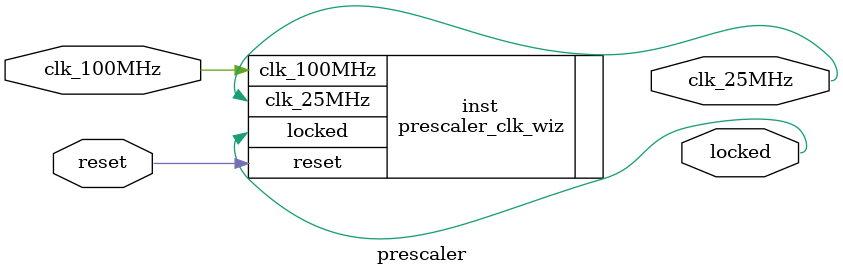
<source format=v>


`timescale 1ps/1ps

(* CORE_GENERATION_INFO = "prescaler,clk_wiz_v6_0_10_0_0,{component_name=prescaler,use_phase_alignment=true,use_min_o_jitter=false,use_max_i_jitter=false,use_dyn_phase_shift=false,use_inclk_switchover=false,use_dyn_reconfig=false,enable_axi=0,feedback_source=FDBK_AUTO,PRIMITIVE=MMCM,num_out_clk=1,clkin1_period=10.000,clkin2_period=10.000,use_power_down=false,use_reset=true,use_locked=true,use_inclk_stopped=false,feedback_type=SINGLE,CLOCK_MGR_TYPE=NA,manual_override=false}" *)

module prescaler 
 (
  // Clock out ports
  output        clk_25MHz,
  // Status and control signals
  input         reset,
  output        locked,
 // Clock in ports
  input         clk_100MHz
 );

  prescaler_clk_wiz inst
  (
  // Clock out ports  
  .clk_25MHz(clk_25MHz),
  // Status and control signals               
  .reset(reset), 
  .locked(locked),
 // Clock in ports
  .clk_100MHz(clk_100MHz)
  );

endmodule

</source>
